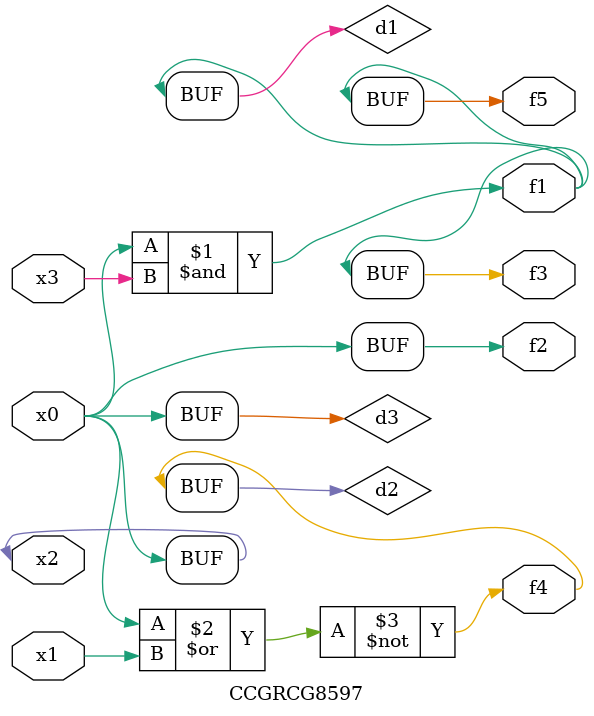
<source format=v>
module CCGRCG8597(
	input x0, x1, x2, x3,
	output f1, f2, f3, f4, f5
);

	wire d1, d2, d3;

	and (d1, x2, x3);
	nor (d2, x0, x1);
	buf (d3, x0, x2);
	assign f1 = d1;
	assign f2 = d3;
	assign f3 = d1;
	assign f4 = d2;
	assign f5 = d1;
endmodule

</source>
